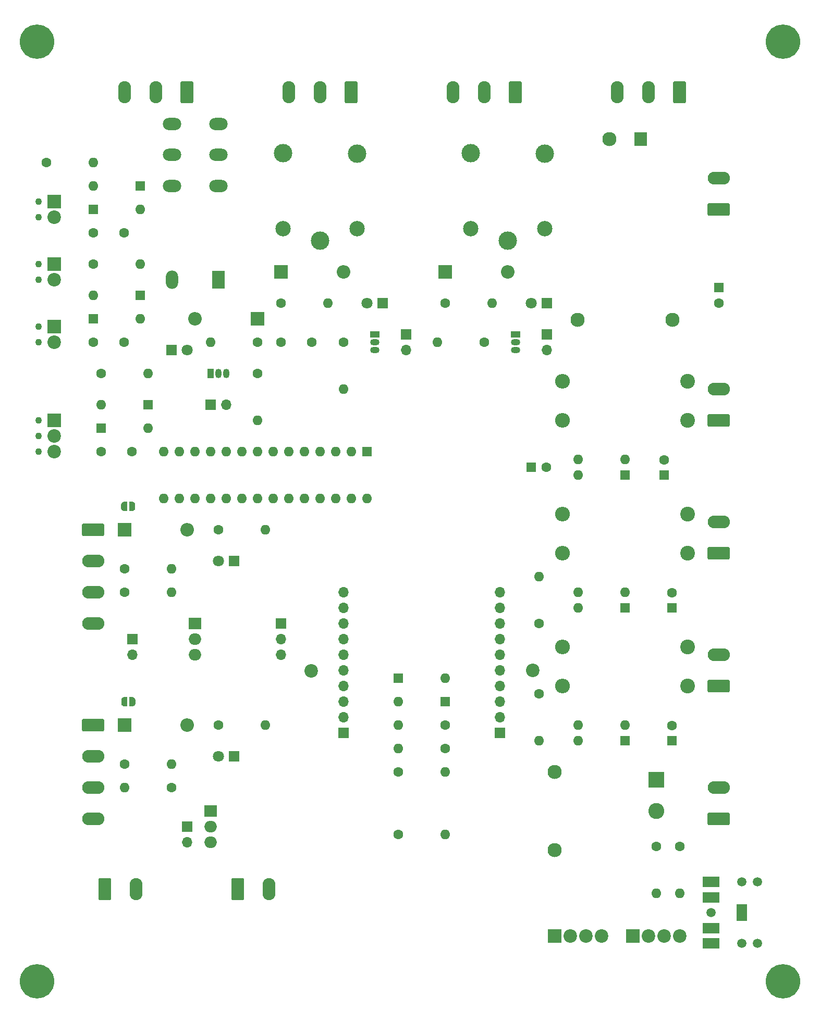
<source format=gbr>
%TF.GenerationSoftware,KiCad,Pcbnew,5.1.9-73d0e3b20d~88~ubuntu20.04.1*%
%TF.CreationDate,2021-02-20T21:13:30+01:00*%
%TF.ProjectId,NodeStandard,4e6f6465-5374-4616-9e64-6172642e6b69,V0.9*%
%TF.SameCoordinates,Original*%
%TF.FileFunction,Soldermask,Top*%
%TF.FilePolarity,Negative*%
%FSLAX46Y46*%
G04 Gerber Fmt 4.6, Leading zero omitted, Abs format (unit mm)*
G04 Created by KiCad (PCBNEW 5.1.9-73d0e3b20d~88~ubuntu20.04.1) date 2021-02-20 21:13:30*
%MOMM*%
%LPD*%
G01*
G04 APERTURE LIST*
%ADD10C,2.200000*%
%ADD11C,1.500000*%
%ADD12R,1.800000X2.800000*%
%ADD13R,2.800000X1.800000*%
%ADD14C,5.600000*%
%ADD15O,1.600000X1.600000*%
%ADD16C,1.600000*%
%ADD17C,1.800000*%
%ADD18R,1.800000X1.800000*%
%ADD19O,3.000000X2.000000*%
%ADD20O,2.000000X3.000000*%
%ADD21R,2.000000X3.000000*%
%ADD22O,1.700000X1.700000*%
%ADD23R,1.700000X1.700000*%
%ADD24C,1.100000*%
%ADD25R,2.200000X2.200000*%
%ADD26R,1.600000X1.600000*%
%ADD27C,2.600000*%
%ADD28R,2.600000X2.600000*%
%ADD29O,2.400000X2.400000*%
%ADD30C,2.400000*%
%ADD31R,1.050000X1.500000*%
%ADD32O,1.050000X1.500000*%
%ADD33O,2.000000X1.905000*%
%ADD34R,2.000000X1.905000*%
%ADD35R,1.500000X1.050000*%
%ADD36O,1.500000X1.050000*%
%ADD37C,2.300000*%
%ADD38R,2.000000X2.300000*%
%ADD39C,3.000000*%
%ADD40C,2.500000*%
%ADD41C,0.100000*%
%ADD42O,2.080000X3.600000*%
%ADD43O,3.600000X2.080000*%
%ADD44O,2.200000X2.200000*%
G04 APERTURE END LIST*
D10*
%TO.C,REF\u002A\u002A*%
X114554000Y-127000000D03*
%TD*%
%TO.C,REF\u002A\u002A*%
X78613000Y-127063500D03*
%TD*%
D11*
%TO.C,J2*%
X143560000Y-166370000D03*
X148560000Y-161370000D03*
X148560000Y-171370000D03*
X151060000Y-171370000D03*
X151060000Y-161370000D03*
D12*
X148560000Y-166370000D03*
D13*
X143560000Y-161370000D03*
X143560000Y-171370000D03*
X143560000Y-163870000D03*
X143560000Y-168870000D03*
%TD*%
D14*
%TO.C,REF\u002A\u002A*%
X155257500Y-177546000D03*
%TD*%
%TO.C,REF\u002A\u002A*%
X34036000Y-177546000D03*
%TD*%
%TO.C,REF\u002A\u002A*%
X155257500Y-24765000D03*
%TD*%
%TO.C,REF\u002A\u002A*%
X34036000Y-24765000D03*
%TD*%
D15*
%TO.C,R3*%
X100330000Y-153670000D03*
D16*
X92710000Y-153670000D03*
%TD*%
D17*
%TO.C,D17*%
X58420000Y-74930000D03*
D18*
X55880000Y-74930000D03*
%TD*%
D19*
%TO.C,K3*%
X63500000Y-38160000D03*
X56000000Y-43200000D03*
X63500000Y-48240000D03*
X56000000Y-48240000D03*
X56000000Y-38160000D03*
X63500000Y-43200000D03*
D20*
X56000000Y-63500000D03*
D21*
X63500000Y-63500000D03*
%TD*%
D22*
%TO.C,J29*%
X73660000Y-124460000D03*
X73660000Y-121920000D03*
D23*
X73660000Y-119380000D03*
%TD*%
D24*
%TO.C,J28*%
X34290000Y-91440000D03*
D10*
X36830000Y-91440000D03*
D24*
X34290000Y-88900000D03*
D10*
X36830000Y-88900000D03*
D24*
X34290000Y-86360000D03*
D25*
X36830000Y-86360000D03*
%TD*%
D24*
%TO.C,J17*%
X34290000Y-73660000D03*
D10*
X36830000Y-73660000D03*
D24*
X34290000Y-71120000D03*
D25*
X36830000Y-71120000D03*
%TD*%
D24*
%TO.C,J16*%
X34290000Y-63500000D03*
D10*
X36830000Y-63500000D03*
D24*
X34290000Y-60960000D03*
D25*
X36830000Y-60960000D03*
%TD*%
D24*
%TO.C,J15*%
X34290000Y-53340000D03*
D10*
X36830000Y-53340000D03*
D24*
X34290000Y-50800000D03*
D25*
X36830000Y-50800000D03*
%TD*%
D10*
%TO.C,J6*%
X125730000Y-170180000D03*
X123190000Y-170180000D03*
X120650000Y-170180000D03*
D25*
X118110000Y-170180000D03*
%TD*%
D10*
%TO.C,J5*%
X138430000Y-170180000D03*
X135890000Y-170180000D03*
X133350000Y-170180000D03*
D25*
X130810000Y-170180000D03*
%TD*%
D15*
%TO.C,OK3*%
X121920000Y-95250000D03*
X129540000Y-92710000D03*
X121920000Y-92710000D03*
D26*
X129540000Y-95250000D03*
%TD*%
D15*
%TO.C,OK2*%
X121920000Y-116840000D03*
X129540000Y-114300000D03*
X121920000Y-114300000D03*
D26*
X129540000Y-116840000D03*
%TD*%
D15*
%TO.C,OK1*%
X121920000Y-138430000D03*
X129540000Y-135890000D03*
X121920000Y-135890000D03*
D26*
X129540000Y-138430000D03*
%TD*%
D27*
%TO.C,J3*%
X134620000Y-149860000D03*
D28*
X134620000Y-144780000D03*
%TD*%
D15*
%TO.C,U1*%
X87630000Y-99060000D03*
X54610000Y-91440000D03*
X85090000Y-99060000D03*
X57150000Y-91440000D03*
X82550000Y-99060000D03*
X59690000Y-91440000D03*
X80010000Y-99060000D03*
X62230000Y-91440000D03*
X77470000Y-99060000D03*
X64770000Y-91440000D03*
X74930000Y-99060000D03*
X67310000Y-91440000D03*
X72390000Y-99060000D03*
X69850000Y-91440000D03*
X69850000Y-99060000D03*
X72390000Y-91440000D03*
X67310000Y-99060000D03*
X74930000Y-91440000D03*
X64770000Y-99060000D03*
X77470000Y-91440000D03*
X62230000Y-99060000D03*
X80010000Y-91440000D03*
X59690000Y-99060000D03*
X82550000Y-91440000D03*
X57150000Y-99060000D03*
X85090000Y-91440000D03*
X54610000Y-99060000D03*
D26*
X87630000Y-91440000D03*
%TD*%
D15*
%TO.C,R29*%
X62230000Y-73660000D03*
D16*
X69850000Y-73660000D03*
%TD*%
D15*
%TO.C,R28*%
X69850000Y-86360000D03*
D16*
X69850000Y-78740000D03*
%TD*%
D15*
%TO.C,R8*%
X115570000Y-111760000D03*
D16*
X115570000Y-119380000D03*
%TD*%
D15*
%TO.C,R7*%
X115570000Y-138430000D03*
D16*
X115570000Y-130810000D03*
%TD*%
D15*
%TO.C,R27*%
X71120000Y-104140000D03*
D16*
X63500000Y-104140000D03*
%TD*%
D15*
%TO.C,R26*%
X71120000Y-135890000D03*
D16*
X63500000Y-135890000D03*
%TD*%
D15*
%TO.C,R25*%
X55880000Y-114300000D03*
D16*
X48260000Y-114300000D03*
%TD*%
D15*
%TO.C,R24*%
X48260000Y-146050000D03*
D16*
X55880000Y-146050000D03*
%TD*%
D15*
%TO.C,R19*%
X43180000Y-44450000D03*
D16*
X35560000Y-44450000D03*
%TD*%
D15*
%TO.C,R20*%
X50800000Y-60960000D03*
D16*
X43180000Y-60960000D03*
%TD*%
D15*
%TO.C,R23*%
X55880000Y-110490000D03*
D16*
X48260000Y-110490000D03*
%TD*%
D15*
%TO.C,R22*%
X55880000Y-142240000D03*
D16*
X48260000Y-142240000D03*
%TD*%
D29*
%TO.C,R18*%
X119380000Y-80010000D03*
D30*
X139700000Y-80010000D03*
%TD*%
D29*
%TO.C,R17*%
X119380000Y-86360000D03*
D30*
X139700000Y-86360000D03*
%TD*%
D15*
%TO.C,R12*%
X81280000Y-67310000D03*
D16*
X73660000Y-67310000D03*
%TD*%
D15*
%TO.C,R10*%
X83820000Y-81280000D03*
D16*
X83820000Y-73660000D03*
%TD*%
D15*
%TO.C,R6*%
X138430000Y-163195000D03*
D16*
X138430000Y-155575000D03*
%TD*%
D15*
%TO.C,R9*%
X99060000Y-73660000D03*
D16*
X106680000Y-73660000D03*
%TD*%
D15*
%TO.C,R11*%
X107950000Y-67310000D03*
D16*
X100330000Y-67310000D03*
%TD*%
D29*
%TO.C,R15*%
X119380000Y-107950000D03*
D30*
X139700000Y-107950000D03*
%TD*%
D29*
%TO.C,R16*%
X119380000Y-101600000D03*
D30*
X139700000Y-101600000D03*
%TD*%
D29*
%TO.C,R13*%
X119380000Y-129540000D03*
D30*
X139700000Y-129540000D03*
%TD*%
D29*
%TO.C,R14*%
X119380000Y-123190000D03*
D30*
X139700000Y-123190000D03*
%TD*%
D15*
%TO.C,R5*%
X100330000Y-143510000D03*
D16*
X92710000Y-143510000D03*
%TD*%
D15*
%TO.C,R4*%
X92710000Y-139700000D03*
D16*
X100330000Y-139700000D03*
%TD*%
D15*
%TO.C,R21*%
X52070000Y-78740000D03*
D16*
X44450000Y-78740000D03*
%TD*%
D15*
%TO.C,R2*%
X92710000Y-135890000D03*
D16*
X100330000Y-135890000D03*
%TD*%
D15*
%TO.C,R1*%
X134620000Y-163195000D03*
D16*
X134620000Y-155575000D03*
%TD*%
D31*
%TO.C,Q5*%
X62230000Y-78740000D03*
D32*
X64770000Y-78740000D03*
X63500000Y-78740000D03*
%TD*%
D33*
%TO.C,Q4*%
X59690000Y-124460000D03*
X59690000Y-121920000D03*
D34*
X59690000Y-119380000D03*
%TD*%
D33*
%TO.C,Q3*%
X62230000Y-154940000D03*
X62230000Y-152400000D03*
D34*
X62230000Y-149860000D03*
%TD*%
D35*
%TO.C,Q1*%
X111760000Y-72390000D03*
D36*
X111760000Y-74930000D03*
X111760000Y-73660000D03*
%TD*%
D35*
%TO.C,Q2*%
X88900000Y-72390000D03*
D36*
X88900000Y-74930000D03*
X88900000Y-73660000D03*
%TD*%
D37*
%TO.C,PS1*%
X121880000Y-70040000D03*
X127080000Y-40640000D03*
D38*
X132080000Y-40640000D03*
D37*
X137280000Y-70040000D03*
%TD*%
%TO.C,L1*%
X118110000Y-156210000D03*
X118110000Y-143510000D03*
%TD*%
D39*
%TO.C,K2*%
X80010000Y-57150000D03*
D40*
X74060000Y-55200000D03*
D39*
X74010000Y-42950000D03*
X86060000Y-43000000D03*
D40*
X86060000Y-55200000D03*
%TD*%
D39*
%TO.C,K1*%
X110490000Y-57150000D03*
D40*
X104540000Y-55200000D03*
D39*
X104490000Y-42950000D03*
X116540000Y-43000000D03*
D40*
X116540000Y-55200000D03*
%TD*%
D41*
%TO.C,JP7*%
G36*
X48230000Y-101079398D02*
G01*
X48205466Y-101079398D01*
X48156635Y-101074588D01*
X48108510Y-101065016D01*
X48061555Y-101050772D01*
X48016222Y-101031995D01*
X47972949Y-101008864D01*
X47932150Y-100981604D01*
X47894221Y-100950476D01*
X47859524Y-100915779D01*
X47828396Y-100877850D01*
X47801136Y-100837051D01*
X47778005Y-100793778D01*
X47759228Y-100748445D01*
X47744984Y-100701490D01*
X47735412Y-100653365D01*
X47730602Y-100604534D01*
X47730602Y-100580000D01*
X47730000Y-100580000D01*
X47730000Y-100080000D01*
X47730602Y-100080000D01*
X47730602Y-100055466D01*
X47735412Y-100006635D01*
X47744984Y-99958510D01*
X47759228Y-99911555D01*
X47778005Y-99866222D01*
X47801136Y-99822949D01*
X47828396Y-99782150D01*
X47859524Y-99744221D01*
X47894221Y-99709524D01*
X47932150Y-99678396D01*
X47972949Y-99651136D01*
X48016222Y-99628005D01*
X48061555Y-99609228D01*
X48108510Y-99594984D01*
X48156635Y-99585412D01*
X48205466Y-99580602D01*
X48230000Y-99580602D01*
X48230000Y-99580000D01*
X48730000Y-99580000D01*
X48730000Y-101080000D01*
X48230000Y-101080000D01*
X48230000Y-101079398D01*
G37*
G36*
X49030000Y-99580000D02*
G01*
X49530000Y-99580000D01*
X49530000Y-99580602D01*
X49554534Y-99580602D01*
X49603365Y-99585412D01*
X49651490Y-99594984D01*
X49698445Y-99609228D01*
X49743778Y-99628005D01*
X49787051Y-99651136D01*
X49827850Y-99678396D01*
X49865779Y-99709524D01*
X49900476Y-99744221D01*
X49931604Y-99782150D01*
X49958864Y-99822949D01*
X49981995Y-99866222D01*
X50000772Y-99911555D01*
X50015016Y-99958510D01*
X50024588Y-100006635D01*
X50029398Y-100055466D01*
X50029398Y-100080000D01*
X50030000Y-100080000D01*
X50030000Y-100580000D01*
X50029398Y-100580000D01*
X50029398Y-100604534D01*
X50024588Y-100653365D01*
X50015016Y-100701490D01*
X50000772Y-100748445D01*
X49981995Y-100793778D01*
X49958864Y-100837051D01*
X49931604Y-100877850D01*
X49900476Y-100915779D01*
X49865779Y-100950476D01*
X49827850Y-100981604D01*
X49787051Y-101008864D01*
X49743778Y-101031995D01*
X49698445Y-101050772D01*
X49651490Y-101065016D01*
X49603365Y-101074588D01*
X49554534Y-101079398D01*
X49530000Y-101079398D01*
X49530000Y-101080000D01*
X49030000Y-101080000D01*
X49030000Y-99580000D01*
G37*
%TD*%
%TO.C,JP6*%
G36*
X48260000Y-132829398D02*
G01*
X48235466Y-132829398D01*
X48186635Y-132824588D01*
X48138510Y-132815016D01*
X48091555Y-132800772D01*
X48046222Y-132781995D01*
X48002949Y-132758864D01*
X47962150Y-132731604D01*
X47924221Y-132700476D01*
X47889524Y-132665779D01*
X47858396Y-132627850D01*
X47831136Y-132587051D01*
X47808005Y-132543778D01*
X47789228Y-132498445D01*
X47774984Y-132451490D01*
X47765412Y-132403365D01*
X47760602Y-132354534D01*
X47760602Y-132330000D01*
X47760000Y-132330000D01*
X47760000Y-131830000D01*
X47760602Y-131830000D01*
X47760602Y-131805466D01*
X47765412Y-131756635D01*
X47774984Y-131708510D01*
X47789228Y-131661555D01*
X47808005Y-131616222D01*
X47831136Y-131572949D01*
X47858396Y-131532150D01*
X47889524Y-131494221D01*
X47924221Y-131459524D01*
X47962150Y-131428396D01*
X48002949Y-131401136D01*
X48046222Y-131378005D01*
X48091555Y-131359228D01*
X48138510Y-131344984D01*
X48186635Y-131335412D01*
X48235466Y-131330602D01*
X48260000Y-131330602D01*
X48260000Y-131330000D01*
X48760000Y-131330000D01*
X48760000Y-132830000D01*
X48260000Y-132830000D01*
X48260000Y-132829398D01*
G37*
G36*
X49060000Y-131330000D02*
G01*
X49560000Y-131330000D01*
X49560000Y-131330602D01*
X49584534Y-131330602D01*
X49633365Y-131335412D01*
X49681490Y-131344984D01*
X49728445Y-131359228D01*
X49773778Y-131378005D01*
X49817051Y-131401136D01*
X49857850Y-131428396D01*
X49895779Y-131459524D01*
X49930476Y-131494221D01*
X49961604Y-131532150D01*
X49988864Y-131572949D01*
X50011995Y-131616222D01*
X50030772Y-131661555D01*
X50045016Y-131708510D01*
X50054588Y-131756635D01*
X50059398Y-131805466D01*
X50059398Y-131830000D01*
X50060000Y-131830000D01*
X50060000Y-132330000D01*
X50059398Y-132330000D01*
X50059398Y-132354534D01*
X50054588Y-132403365D01*
X50045016Y-132451490D01*
X50030772Y-132498445D01*
X50011995Y-132543778D01*
X49988864Y-132587051D01*
X49961604Y-132627850D01*
X49930476Y-132665779D01*
X49895779Y-132700476D01*
X49857850Y-132731604D01*
X49817051Y-132758864D01*
X49773778Y-132781995D01*
X49728445Y-132800772D01*
X49681490Y-132815016D01*
X49633365Y-132824588D01*
X49584534Y-132829398D01*
X49560000Y-132829398D01*
X49560000Y-132830000D01*
X49060000Y-132830000D01*
X49060000Y-131330000D01*
G37*
%TD*%
D42*
%TO.C,J24*%
X48260000Y-33020000D03*
X53340000Y-33020000D03*
G36*
G01*
X59460000Y-31469997D02*
X59460000Y-34570003D01*
G75*
G02*
X59210003Y-34820000I-249997J0D01*
G01*
X57629997Y-34820000D01*
G75*
G02*
X57380000Y-34570003I0J249997D01*
G01*
X57380000Y-31469997D01*
G75*
G02*
X57629997Y-31220000I249997J0D01*
G01*
X59210003Y-31220000D01*
G75*
G02*
X59460000Y-31469997I0J-249997D01*
G01*
G37*
%TD*%
%TO.C,J23*%
X74930000Y-33020000D03*
X80010000Y-33020000D03*
G36*
G01*
X86130000Y-31469997D02*
X86130000Y-34570003D01*
G75*
G02*
X85880003Y-34820000I-249997J0D01*
G01*
X84299997Y-34820000D01*
G75*
G02*
X84050000Y-34570003I0J249997D01*
G01*
X84050000Y-31469997D01*
G75*
G02*
X84299997Y-31220000I249997J0D01*
G01*
X85880003Y-31220000D01*
G75*
G02*
X86130000Y-31469997I0J-249997D01*
G01*
G37*
%TD*%
D22*
%TO.C,J22*%
X64770000Y-83820000D03*
D23*
X62230000Y-83820000D03*
%TD*%
D42*
%TO.C,J27*%
X50165000Y-162560000D03*
G36*
G01*
X44045000Y-164110003D02*
X44045000Y-161009997D01*
G75*
G02*
X44294997Y-160760000I249997J0D01*
G01*
X45875003Y-160760000D01*
G75*
G02*
X46125000Y-161009997I0J-249997D01*
G01*
X46125000Y-164110003D01*
G75*
G02*
X45875003Y-164360000I-249997J0D01*
G01*
X44294997Y-164360000D01*
G75*
G02*
X44045000Y-164110003I0J249997D01*
G01*
G37*
%TD*%
%TO.C,J26*%
X71755000Y-162560000D03*
G36*
G01*
X65635000Y-164110003D02*
X65635000Y-161009997D01*
G75*
G02*
X65884997Y-160760000I249997J0D01*
G01*
X67465003Y-160760000D01*
G75*
G02*
X67715000Y-161009997I0J-249997D01*
G01*
X67715000Y-164110003D01*
G75*
G02*
X67465003Y-164360000I-249997J0D01*
G01*
X65884997Y-164360000D01*
G75*
G02*
X65635000Y-164110003I0J249997D01*
G01*
G37*
%TD*%
D43*
%TO.C,J25*%
X144780000Y-46990000D03*
G36*
G01*
X146330003Y-53110000D02*
X143229997Y-53110000D01*
G75*
G02*
X142980000Y-52860003I0J249997D01*
G01*
X142980000Y-51279997D01*
G75*
G02*
X143229997Y-51030000I249997J0D01*
G01*
X146330003Y-51030000D01*
G75*
G02*
X146580000Y-51279997I0J-249997D01*
G01*
X146580000Y-52860003D01*
G75*
G02*
X146330003Y-53110000I-249997J0D01*
G01*
G37*
%TD*%
%TO.C,J21*%
X43180000Y-119380000D03*
X43180000Y-114300000D03*
X43180000Y-109220000D03*
G36*
G01*
X41629997Y-103100000D02*
X44730003Y-103100000D01*
G75*
G02*
X44980000Y-103349997I0J-249997D01*
G01*
X44980000Y-104930003D01*
G75*
G02*
X44730003Y-105180000I-249997J0D01*
G01*
X41629997Y-105180000D01*
G75*
G02*
X41380000Y-104930003I0J249997D01*
G01*
X41380000Y-103349997D01*
G75*
G02*
X41629997Y-103100000I249997J0D01*
G01*
G37*
%TD*%
%TO.C,J20*%
X43180000Y-151130000D03*
X43180000Y-146050000D03*
X43180000Y-140970000D03*
G36*
G01*
X41629997Y-134850000D02*
X44730003Y-134850000D01*
G75*
G02*
X44980000Y-135099997I0J-249997D01*
G01*
X44980000Y-136680003D01*
G75*
G02*
X44730003Y-136930000I-249997J0D01*
G01*
X41629997Y-136930000D01*
G75*
G02*
X41380000Y-136680003I0J249997D01*
G01*
X41380000Y-135099997D01*
G75*
G02*
X41629997Y-134850000I249997J0D01*
G01*
G37*
%TD*%
D22*
%TO.C,J19*%
X49530000Y-124460000D03*
D23*
X49530000Y-121920000D03*
%TD*%
D22*
%TO.C,J8*%
X116840000Y-74930000D03*
D23*
X116840000Y-72390000D03*
%TD*%
D22*
%TO.C,J18*%
X58420000Y-154940000D03*
D23*
X58420000Y-152400000D03*
%TD*%
D43*
%TO.C,J11*%
X144780000Y-102870000D03*
G36*
G01*
X146330003Y-108990000D02*
X143229997Y-108990000D01*
G75*
G02*
X142980000Y-108740003I0J249997D01*
G01*
X142980000Y-107159997D01*
G75*
G02*
X143229997Y-106910000I249997J0D01*
G01*
X146330003Y-106910000D01*
G75*
G02*
X146580000Y-107159997I0J-249997D01*
G01*
X146580000Y-108740003D01*
G75*
G02*
X146330003Y-108990000I-249997J0D01*
G01*
G37*
%TD*%
%TO.C,J10*%
X144780000Y-124460000D03*
G36*
G01*
X146330003Y-130580000D02*
X143229997Y-130580000D01*
G75*
G02*
X142980000Y-130330003I0J249997D01*
G01*
X142980000Y-128749997D01*
G75*
G02*
X143229997Y-128500000I249997J0D01*
G01*
X146330003Y-128500000D01*
G75*
G02*
X146580000Y-128749997I0J-249997D01*
G01*
X146580000Y-130330003D01*
G75*
G02*
X146330003Y-130580000I-249997J0D01*
G01*
G37*
%TD*%
D42*
%TO.C,J14*%
X101600000Y-33020000D03*
X106680000Y-33020000D03*
G36*
G01*
X112800000Y-31469997D02*
X112800000Y-34570003D01*
G75*
G02*
X112550003Y-34820000I-249997J0D01*
G01*
X110969997Y-34820000D01*
G75*
G02*
X110720000Y-34570003I0J249997D01*
G01*
X110720000Y-31469997D01*
G75*
G02*
X110969997Y-31220000I249997J0D01*
G01*
X112550003Y-31220000D01*
G75*
G02*
X112800000Y-31469997I0J-249997D01*
G01*
G37*
%TD*%
%TO.C,J13*%
X128270000Y-33020000D03*
X133350000Y-33020000D03*
G36*
G01*
X139470000Y-31469997D02*
X139470000Y-34570003D01*
G75*
G02*
X139220003Y-34820000I-249997J0D01*
G01*
X137639997Y-34820000D01*
G75*
G02*
X137390000Y-34570003I0J249997D01*
G01*
X137390000Y-31469997D01*
G75*
G02*
X137639997Y-31220000I249997J0D01*
G01*
X139220003Y-31220000D01*
G75*
G02*
X139470000Y-31469997I0J-249997D01*
G01*
G37*
%TD*%
D43*
%TO.C,J12*%
X144780000Y-81280000D03*
G36*
G01*
X146330003Y-87400000D02*
X143229997Y-87400000D01*
G75*
G02*
X142980000Y-87150003I0J249997D01*
G01*
X142980000Y-85569997D01*
G75*
G02*
X143229997Y-85320000I249997J0D01*
G01*
X146330003Y-85320000D01*
G75*
G02*
X146580000Y-85569997I0J-249997D01*
G01*
X146580000Y-87150003D01*
G75*
G02*
X146330003Y-87400000I-249997J0D01*
G01*
G37*
%TD*%
D22*
%TO.C,J9*%
X93980000Y-74930000D03*
D23*
X93980000Y-72390000D03*
%TD*%
D43*
%TO.C,J1*%
X144780000Y-146050000D03*
G36*
G01*
X146330003Y-152170000D02*
X143229997Y-152170000D01*
G75*
G02*
X142980000Y-151920003I0J249997D01*
G01*
X142980000Y-150339997D01*
G75*
G02*
X143229997Y-150090000I249997J0D01*
G01*
X146330003Y-150090000D01*
G75*
G02*
X146580000Y-150339997I0J-249997D01*
G01*
X146580000Y-151920003D01*
G75*
G02*
X146330003Y-152170000I-249997J0D01*
G01*
G37*
%TD*%
D22*
%TO.C,J7*%
X83820000Y-114300000D03*
X83820000Y-116840000D03*
X83820000Y-119380000D03*
X83820000Y-121920000D03*
X83820000Y-124460000D03*
X83820000Y-127000000D03*
X83820000Y-129540000D03*
X83820000Y-132080000D03*
X83820000Y-134620000D03*
D23*
X83820000Y-137160000D03*
%TD*%
D22*
%TO.C,J4*%
X109220000Y-114300000D03*
X109220000Y-116840000D03*
X109220000Y-119380000D03*
X109220000Y-121920000D03*
X109220000Y-124460000D03*
X109220000Y-127000000D03*
X109220000Y-129540000D03*
X109220000Y-132080000D03*
X109220000Y-134620000D03*
D23*
X109220000Y-137160000D03*
%TD*%
D44*
%TO.C,D18*%
X59690000Y-69850000D03*
D25*
X69850000Y-69850000D03*
%TD*%
D15*
%TO.C,D12*%
X50800000Y-52070000D03*
D26*
X43180000Y-52070000D03*
%TD*%
D15*
%TO.C,D11*%
X43180000Y-48260000D03*
D26*
X50800000Y-48260000D03*
%TD*%
D15*
%TO.C,D10*%
X50800000Y-69850000D03*
D26*
X43180000Y-69850000D03*
%TD*%
D15*
%TO.C,D9*%
X43180000Y-66040000D03*
D26*
X50800000Y-66040000D03*
%TD*%
D15*
%TO.C,D8*%
X52070000Y-87630000D03*
D26*
X44450000Y-87630000D03*
%TD*%
D15*
%TO.C,D7*%
X44450000Y-83820000D03*
D26*
X52070000Y-83820000D03*
%TD*%
D15*
%TO.C,D2*%
X100330000Y-128270000D03*
D26*
X92710000Y-128270000D03*
%TD*%
D15*
%TO.C,D1*%
X92710000Y-132080000D03*
D26*
X100330000Y-132080000D03*
%TD*%
D44*
%TO.C,D16*%
X58420000Y-104140000D03*
D25*
X48260000Y-104140000D03*
%TD*%
D44*
%TO.C,D15*%
X58420000Y-135890000D03*
D25*
X48260000Y-135890000D03*
%TD*%
D17*
%TO.C,D14*%
X63500000Y-109220000D03*
D18*
X66040000Y-109220000D03*
%TD*%
D17*
%TO.C,D13*%
X63500000Y-140970000D03*
D18*
X66040000Y-140970000D03*
%TD*%
D44*
%TO.C,D6*%
X83820000Y-62230000D03*
D25*
X73660000Y-62230000D03*
%TD*%
D17*
%TO.C,D3*%
X114300000Y-67310000D03*
D18*
X116840000Y-67310000D03*
%TD*%
D17*
%TO.C,D4*%
X87630000Y-67310000D03*
D18*
X90170000Y-67310000D03*
%TD*%
D44*
%TO.C,D5*%
X110490000Y-62230000D03*
D25*
X100330000Y-62230000D03*
%TD*%
D16*
%TO.C,C9*%
X78660000Y-73660000D03*
X73660000Y-73660000D03*
%TD*%
%TO.C,C8*%
X144780000Y-67270000D03*
D26*
X144780000Y-64770000D03*
%TD*%
D16*
%TO.C,C4*%
X135890000Y-92750000D03*
D26*
X135890000Y-95250000D03*
%TD*%
D16*
%TO.C,C3*%
X137160000Y-114340000D03*
D26*
X137160000Y-116840000D03*
%TD*%
D16*
%TO.C,C2*%
X137160000Y-135930000D03*
D26*
X137160000Y-138430000D03*
%TD*%
D16*
%TO.C,C5*%
X48180000Y-55880000D03*
X43180000Y-55880000D03*
%TD*%
%TO.C,C6*%
X48180000Y-73660000D03*
X43180000Y-73660000D03*
%TD*%
%TO.C,C1*%
X116800000Y-93980000D03*
D26*
X114300000Y-93980000D03*
%TD*%
D16*
%TO.C,C7*%
X49450000Y-91440000D03*
X44450000Y-91440000D03*
%TD*%
M02*

</source>
